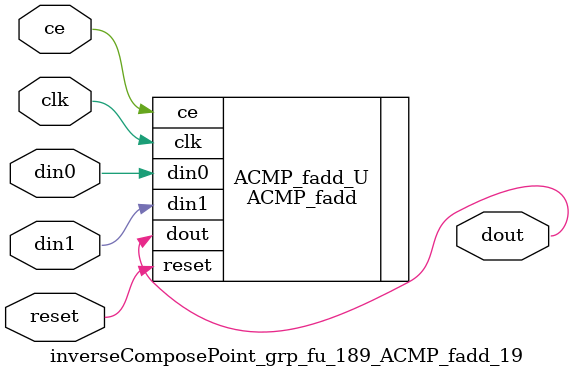
<source format=v>

`timescale 1 ns / 1 ps
module inverseComposePoint_grp_fu_189_ACMP_fadd_19(
    clk,
    reset,
    ce,
    din0,
    din1,
    dout);

parameter ID = 32'd1;
parameter NUM_STAGE = 32'd1;
parameter din0_WIDTH = 32'd1;
parameter din1_WIDTH = 32'd1;
parameter dout_WIDTH = 32'd1;
input clk;
input reset;
input ce;
input[din0_WIDTH - 1:0] din0;
input[din1_WIDTH - 1:0] din1;
output[dout_WIDTH - 1:0] dout;



ACMP_fadd #(
.ID( ID ),
.NUM_STAGE( 4 ),
.din0_WIDTH( din0_WIDTH ),
.din1_WIDTH( din1_WIDTH ),
.dout_WIDTH( dout_WIDTH ))
ACMP_fadd_U(
    .clk( clk ),
    .reset( reset ),
    .ce( ce ),
    .din0( din0 ),
    .din1( din1 ),
    .dout( dout ));

endmodule

</source>
